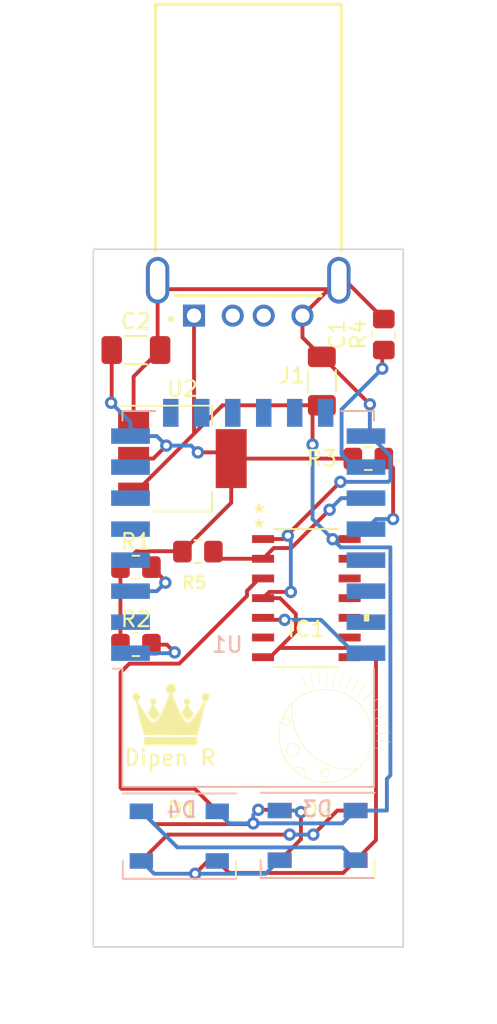
<source format=kicad_pcb>
(kicad_pcb (version 20240108) (generator "pcbnew") (generator_version "8.0")
  (layers (0 "F.Cu" signal) (31 "B.Cu" signal) (34 "B.Paste" user) (35 "F.Paste" user) (36 "B.SilkS" user "B.Silkscreen") (37 "F.SilkS" user "F.Silkscreen") (38 "B.Mask" user) (39 "F.Mask" user) (44 "Edge.Cuts" user))
  (net 0 "")
  (net 1 "VCC")
  (net 2 "GND")
  (net 3 "3.3V")
  (net 4 "Strip1O{slash}P")
  (net 5 "Net-(D1-Pad4)")
  (net 6 "Net-(D2-Pad4)")
  (net 7 "GPIO2")
  (net 8 "TX")
  (net 9 "Strip2O{slash}P")
  (net 18 "Net-(R1-Pad2)")
  (net 19 "Net-(R2-Pad2)")
  (net 20 "GPIO0")
  (net 21 "Net-(R4-Pad1)")
  (net 36 "Net-(D3-Pad4)")
  (footprint "Package_TO_SOT_SMD:SOT-223-3_TabPin2" (layer "F.Cu") (at 102 64)
    (property "Reference" "U2" (at 0 -4.5 0) (layer "F.SilkS"))
    (property "Value" "AMS1117-3.3")
    (pad "1" smd rect (at -3.15 -2.3) (size 2 1.5) (layers "F.Cu" "F.Paste" "F.Mask") (net 2 "GND"))
    (pad "2" smd rect (at -3.15 0) (size 2 1.5) (layers "F.Cu" "F.Paste" "F.Mask") (net 3 "3.3V"))
    (pad "2" smd rect (at 3.15 0) (size 2 3.8) (layers "F.Cu" "F.Paste" "F.Mask") (net 3 "3.3V"))
    (pad "3" smd rect (at -3.15 2.3) (size 2 1.5) (layers "F.Cu" "F.Paste" "F.Mask") (net 1 "VCC"))
  )
  (footprint "Capacitor_SMD:C_1206_3216Metric_Pad1.33x1.80mm_HandSolder" (layer "F.Cu") (at 111 59 90)
    (property "Reference" "C1" (at 3 1 90) (layer "F.SilkS"))
    (property "Value" "10uF")
    (pad "1" smd roundrect (at -1.5625 0 90) (size 1.325 1.8) (layers "F.Cu" "F.Paste" "F.Mask") (roundrect_rratio 0.188679) (net 1 "VCC"))
    (pad "2" smd roundrect (at 1.5625 0 90) (size 1.325 1.8) (layers "F.Cu" "F.Paste" "F.Mask") (roundrect_rratio 0.188679) (net 2 "GND"))
  )
  (footprint "Resistor_SMD:R_0805_2012Metric_Pad1.20x1.40mm_HandSolder" (layer "F.Cu") (at 114 64)
    (property "Reference" "R3" (at -3 0 0) (layer "F.SilkS"))
    (property "Value" "10K")
    (pad "1" smd roundrect (at -1 0) (size 1.2 1.4) (layers "F.Cu" "F.Paste" "F.Mask") (roundrect_rratio 0.208333) (net 3 "3.3V"))
    (pad "2" smd roundrect (at 1 0) (size 1.2 1.4) (layers "F.Cu" "F.Paste" "F.Mask") (roundrect_rratio 0.208333) (net 20 "GPIO0"))
  )
  (footprint "Resistor_SMD:R_0805_2012Metric_Pad1.20x1.40mm_HandSolder" (layer "F.Cu") (at 103 70)
    (property "Reference" "R5" (at -0.227064 2 0) (layer "F.SilkS") (effects (font (size 0.8 0.8))))
    (property "Value" "10K")
    (pad "1" smd roundrect (at -1 0) (size 1.2 1.4) (layers "F.Cu" "F.Paste" "F.Mask") (roundrect_rratio 0.208333) (net 3 "3.3V"))
    (pad "2" smd roundrect (at 1 0) (size 1.2 1.4) (layers "F.Cu" "F.Paste" "F.Mask") (roundrect_rratio 0.208333) (net 7 "GPIO2"))
  )
  (footprint "ModdedCrown:SunAndMoon_10x10" (layer "F.Cu") (at 111.25 81.9)
    (property "Reference" "G***" (hide yes))
    (property "Value" "LOGO" (hide yes))
  )
  (footprint "LED_SMD:LED_SK6812_PLCC4_5.0x5.0mm_P3.2mm" (layer "F.Cu") (at 101.8 88.35)
    (property "Reference" "D1" (at 0.2 -1.7 0) (layer "F.SilkS"))
    (property "Value" "SK6812")
    (pad "1" smd rect (at 2.45 1.6) (size 1.5 1) (layers "F.Cu" "F.Paste" "F.Mask") (net 2 "GND"))
    (pad "2" smd rect (at 2.45 -1.6) (size 1.5 1) (layers "F.Cu" "F.Paste" "F.Mask") (net 4 "Strip1O{slash}P"))
    (pad "3" smd rect (at -2.45 -1.6) (size 1.5 1) (layers "F.Cu" "F.Paste" "F.Mask") (net 1 "VCC"))
    (pad "4" smd rect (at -2.45 1.6) (size 1.5 1) (layers "F.Cu" "F.Paste" "F.Mask") (net 5 "Net-(D1-Pad4)"))
  )
  (footprint "THT USB A:SAMTEC_USB-AM-S-X-X-TH" (layer "F.Cu") (at 106.25 52.5 180)
    (property "Reference" "J1" (at -2.825 -6.135 0) (layer "F.SilkS"))
    (property "Value" "USB-AM-S-X-X-TH")
    (pad "" np_thru_hole circle (at -2.3 0.35 180) (size 1.1 1.1) (drill 1.1) (layers "*.Cu" "*.Mask"))
    (pad "" np_thru_hole circle (at 2.3 0.35 180) (size 1.1 1.1) (drill 1.1) (layers "*.Cu" "*.Mask"))
    (pad "01" thru_hole rect (at 3.5 -2.28 180) (size 1.428 1.428) (drill 0.92) (layers "*.Cu" "*.Mask") (net 1 "VCC"))
    (pad "02" thru_hole circle (at 1 -2.28 180) (size 1.428 1.428) (drill 0.92) (layers "*.Cu" "*.Mask"))
    (pad "03" thru_hole circle (at -1 -2.28 180) (size 1.428 1.428) (drill 0.92) (layers "*.Cu" "*.Mask"))
    (pad "04" thru_hole circle (at -3.5 -2.28 180) (size 1.428 1.428) (drill 0.92) (layers "*.Cu" "*.Mask") (net 2 "GND"))
    (pad "S1" thru_hole oval (at -5.85 0 180) (size 1.508 3.016) (drill oval 1 2.5) (layers "*.Cu" "*.Mask") (net 2 "GND"))
    (pad "S2" thru_hole oval (at 5.85 0 180) (size 1.508 3.016) (drill oval 1 2.5) (layers "*.Cu" "*.Mask") (net 2 "GND"))
  )
  (footprint "LED_SMD:LED_SK6812_PLCC4_5.0x5.0mm_P3.2mm" (layer "F.Cu") (at 110.75 88.3)
    (property "Reference" "D2" (at 0 -1.7 0) (layer "F.SilkS"))
    (property "Value" "SK6812")
    (pad "1" smd rect (at 2.45 1.6) (size 1.5 1) (layers "F.Cu" "F.Paste" "F.Mask") (net 2 "GND"))
    (pad "2" smd rect (at 2.45 -1.6) (size 1.5 1) (layers "F.Cu" "F.Paste" "F.Mask") (net 5 "Net-(D1-Pad4)"))
    (pad "3" smd rect (at -2.45 -1.6) (size 1.5 1) (layers "F.Cu" "F.Paste" "F.Mask") (net 1 "VCC"))
    (pad "4" smd rect (at -2.45 1.6) (size 1.5 1) (layers "F.Cu" "F.Paste" "F.Mask") (net 6 "Net-(D2-Pad4)"))
  )
  (footprint "Resistor_SMD:R_0805_2012Metric_Pad1.20x1.40mm_HandSolder" (layer "F.Cu") (at 99 71)
    (property "Reference" "R1" (at 0 -1.65 0) (layer "F.SilkS"))
    (property "Value" "10K")
    (pad "1" smd roundrect (at -1 0) (size 1.2 1.4) (layers "F.Cu" "F.Paste" "F.Mask") (roundrect_rratio 0.208333) (net 3 "3.3V"))
    (pad "2" smd roundrect (at 1 0) (size 1.2 1.4) (layers "F.Cu" "F.Paste" "F.Mask") (roundrect_rratio 0.208333) (net 18 "Net-(R1-Pad2)"))
  )
  (footprint "Capacitor_SMD:C_1206_3216Metric_Pad1.33x1.80mm_HandSolder" (layer "F.Cu") (at 99 57)
    (property "Reference" "C2" (at 0 -1.85 0) (layer "F.SilkS"))
    (property "Value" "10uF")
    (pad "1" smd roundrect (at -1.5625 0) (size 1.325 1.8) (layers "F.Cu" "F.Paste" "F.Mask") (roundrect_rratio 0.188679) (net 3 "3.3V"))
    (pad "2" smd roundrect (at 1.5625 0) (size 1.325 1.8) (layers "F.Cu" "F.Paste" "F.Mask") (roundrect_rratio 0.188679) (net 2 "GND"))
  )
  (footprint "74HC125:74HC125D" (layer "F.Cu") (at 110 73)
    (property "Reference" "IC1" (at 0 2 0) (layer "F.SilkS"))
    (property "Value" "SN74AHCT125N" (hide yes))
    (fp_text user "*" (at -3.048 -4.5 0) (layer "F.SilkS"))
    (fp_text user "*" (at -3.048 -5.461 0) (layer "F.SilkS"))
    (pad "1" smd rect (at -2.794 -3.81) (size 1.4224 0.508) (layers "F.Cu" "F.Paste" "F.Mask") (net 2 "GND"))
    (pad "2" smd rect (at -2.794 -2.54) (size 1.4224 0.508) (layers "F.Cu" "F.Paste" "F.Mask") (net 7 "GPIO2"))
    (pad "3" smd rect (at -2.794 -1.27) (size 1.4224 0.508) (layers "F.Cu" "F.Paste" "F.Mask") (net 4 "Strip1O{slash}P"))
    (pad "4" smd rect (at -2.794 0) (size 1.4224 0.508) (layers "F.Cu" "F.Paste" "F.Mask") (net 2 "GND"))
    (pad "5" smd rect (at -2.794 1.27) (size 1.4224 0.508) (layers "F.Cu" "F.Paste" "F.Mask") (net 8 "TX"))
    (pad "6" smd rect (at -2.794 2.54) (size 1.4224 0.508) (layers "F.Cu" "F.Paste" "F.Mask") (net 9 "Strip2O{slash}P"))
    (pad "7" smd rect (at -2.794 3.81) (size 1.4224 0.508) (layers "F.Cu" "F.Paste" "F.Mask") (net 2 "GND"))
    (pad "8" smd rect (at 2.794 3.81) (size 1.4224 0.508) (layers "F.Cu" "F.Paste" "F.Mask"))
    (pad "9" smd rect (at 2.794 2.54) (size 1.4224 0.508) (layers "F.Cu" "F.Paste" "F.Mask"))
    (pad "10" smd rect (at 2.794 1.27) (size 1.4224 0.508) (layers "F.Cu" "F.Paste" "F.Mask"))
    (pad "11" smd rect (at 2.794 0) (size 1.4224 0.508) (layers "F.Cu" "F.Paste" "F.Mask"))
    (pad "12" smd rect (at 2.794 -1.27) (size 1.4224 0.508) (layers "F.Cu" "F.Paste" "F.Mask"))
    (pad "13" smd rect (at 2.794 -2.54) (size 1.4224 0.508) (layers "F.Cu" "F.Paste" "F.Mask"))
    (pad "14" smd rect (at 2.794 -3.81) (size 1.4224 0.508) (layers "F.Cu" "F.Paste" "F.Mask") (net 1 "VCC"))
  )
  (footprint "ModdedCrown:Small_Crown" (layer "F.Cu") (at 101.25 80.5)
    (property "Reference" "G***" (hide yes))
    (property "Value" "LOGO" (hide yes))
  )
  (footprint "Resistor_SMD:R_0805_2012Metric_Pad1.20x1.40mm_HandSolder" (layer "F.Cu") (at 115 56 90)
    (property "Reference" "R4" (at 0 -1.65 90) (layer "F.SilkS"))
    (property "Value" "10K")
    (pad "1" smd roundrect (at -1 0 90) (size 1.2 1.4) (layers "F.Cu" "F.Paste" "F.Mask") (roundrect_rratio 0.208333) (net 21 "Net-(R4-Pad1)"))
    (pad "2" smd roundrect (at 1 0 90) (size 1.2 1.4) (layers "F.Cu" "F.Paste" "F.Mask") (roundrect_rratio 0.208333) (net 2 "GND"))
  )
  (footprint "MountingHole:MountingHole_2mm" (layer "F.Cu") (at 106.25 93.15 90)
    (property "Reference" "REF**" (hide yes))
    (property "Value" "MountingHole_2mm")
    (pad "" np_thru_hole circle (at 0.05 0 90) (size 2 2) (drill 2) (layers "F&B.Cu" "*.Mask"))
  )
  (footprint "MountingHole:MountingHole_2mm" (layer "F.Cu") (at 106.25 58)
    (property "Reference" "REF**" (hide yes))
    (property "Value" "MountingHole_2mm")
    (pad "" np_thru_hole circle (at 0 0) (size 2 2) (drill 2) (layers "*.Cu" "*.Mask"))
  )
  (footprint "Resistor_SMD:R_0805_2012Metric_Pad1.20x1.40mm_HandSolder" (layer "F.Cu") (at 99 76)
    (property "Reference" "R2" (at 0 -1.65 0) (layer "F.SilkS"))
    (property "Value" "10K")
    (pad "1" smd roundrect (at -1 0) (size 1.2 1.4) (layers "F.Cu" "F.Paste" "F.Mask") (roundrect_rratio 0.208333) (net 3 "3.3V"))
    (pad "2" smd roundrect (at 1 0) (size 1.2 1.4) (layers "F.Cu" "F.Paste" "F.Mask") (roundrect_rratio 0.208333) (net 19 "Net-(R2-Pad2)"))
  )
  (footprint "RF_Module:ESP-12E" (layer "B.Cu") (at 106.25 73.05)
    (property "Reference" "U1" (at -1.35 2.95 0) (layer "B.SilkS") (effects (justify mirror)))
    (property "Value" "ESP-12E")
    (pad "1" smd rect (at -7.6 3.5) (size 2.5 1) (layers "B.Cu" "B.Paste" "B.Mask") (net 19 "Net-(R2-Pad2)"))
    (pad "2" smd rect (at -7.6 1.5) (size 2.5 1) (layers "B.Cu" "B.Paste" "B.Mask"))
    (pad "3" smd rect (at -7.6 -0.5) (size 2.5 1) (layers "B.Cu" "B.Paste" "B.Mask") (net 18 "Net-(R1-Pad2)"))
    (pad "4" smd rect (at -7.6 -2.5) (size 2.5 1) (layers "B.Cu" "B.Paste" "B.Mask"))
    (pad "5" smd rect (at -7.6 -4.5) (size 2.5 1) (layers "B.Cu" "B.Paste" "B.Mask"))
    (pad "6" smd rect (at -7.6 -6.5) (size 2.5 1) (layers "B.Cu" "B.Paste" "B.Mask"))
    (pad "7" smd rect (at -7.6 -8.5) (size 2.5 1) (layers "B.Cu" "B.Paste" "B.Mask"))
    (pad "8" smd rect (at -7.6 -10.5) (size 2.5 1) (layers "B.Cu" "B.Paste" "B.Mask") (net 3 "3.3V"))
    (pad "9" smd rect (at -5 -12) (size 1 1.8) (layers "B.Cu" "B.Paste" "B.Mask"))
    (pad "10" smd rect (at -3 -12) (size 1 1.8) (layers "B.Cu" "B.Paste" "B.Mask"))
    (pad "11" smd rect (at -1 -12) (size 1 1.8) (layers "B.Cu" "B.Paste" "B.Mask"))
    (pad "12" smd rect (at 1 -12) (size 1 1.8) (layers "B.Cu" "B.Paste" "B.Mask"))
    (pad "13" smd rect (at 3 -12) (size 1 1.8) (layers "B.Cu" "B.Paste" "B.Mask"))
    (pad "14" smd rect (at 5 -12) (size 1 1.8) (layers "B.Cu" "B.Paste" "B.Mask"))
    (pad "15" smd rect (at 7.6 -10.5) (size 2.5 1) (layers "B.Cu" "B.Paste" "B.Mask") (net 2 "GND"))
    (pad "16" smd rect (at 7.6 -8.5) (size 2.5 1) (layers "B.Cu" "B.Paste" "B.Mask") (net 21 "Net-(R4-Pad1)"))
    (pad "17" smd rect (at 7.6 -6.5) (size 2.5 1) (layers "B.Cu" "B.Paste" "B.Mask") (net 7 "GPIO2"))
    (pad "18" smd rect (at 7.6 -4.5) (size 2.5 1) (layers "B.Cu" "B.Paste" "B.Mask") (net 20 "GPIO0"))
    (pad "19" smd rect (at 7.6 -2.5) (size 2.5 1) (layers "B.Cu" "B.Paste" "B.Mask"))
    (pad "20" smd rect (at 7.6 -0.5) (size 2.5 1) (layers "B.Cu" "B.Paste" "B.Mask"))
    (pad "21" smd rect (at 7.6 1.5) (size 2.5 1) (layers "B.Cu" "B.Paste" "B.Mask"))
    (pad "22" smd rect (at 7.6 3.5) (size 2.5 1) (layers "B.Cu" "B.Paste" "B.Mask") (net 8 "TX"))
  )
  (footprint "LED_SMD:LED_SK6812_PLCC4_5.0x5.0mm_P3.2mm" (layer "B.Cu") (at 101.8 88.35 180)
    (property "Reference" "D4" (at -0.15 1.7 0) (layer "B.SilkS") (effects (justify mirror)))
    (property "Value" "SK6812")
    (pad "1" smd rect (at 2.45 -1.6 180) (size 1.5 1) (layers "B.Cu" "B.Paste" "B.Mask") (net 2 "GND"))
    (pad "2" smd rect (at 2.45 1.6 180) (size 1.5 1) (layers "B.Cu" "B.Paste" "B.Mask") (net 36 "Net-(D3-Pad4)"))
    (pad "3" smd rect (at -2.45 1.6 180) (size 1.5 1) (layers "B.Cu" "B.Paste" "B.Mask") (net 1 "VCC"))
    (pad "4" smd rect (at -2.45 -1.6 180) (size 1.5 1) (layers "B.Cu" "B.Paste" "B.Mask"))
  )
  (footprint "LED_SMD:LED_SK6812_PLCC4_5.0x5.0mm_P3.2mm" (layer "B.Cu") (at 110.7 88.3 180)
    (property "Reference" "D3" (at 0 1.7 0) (layer "B.SilkS") (effects (justify mirror)))
    (property "Value" "SK6812")
    (pad "1" smd rect (at 2.45 -1.6 180) (size 1.5 1) (layers "B.Cu" "B.Paste" "B.Mask") (net 2 "GND"))
    (pad "2" smd rect (at 2.45 1.6 180) (size 1.5 1) (layers "B.Cu" "B.Paste" "B.Mask") (net 6 "Net-(D2-Pad4)"))
    (pad "3" smd rect (at -2.45 1.6 180) (size 1.5 1) (layers "B.Cu" "B.Paste" "B.Mask") (net 1 "VCC"))
    (pad "4" smd rect (at -2.45 -1.6 180) (size 1.5 1) (layers "B.Cu" "B.Paste" "B.Mask") (net 36 "Net-(D3-Pad4)"))
  )
  (gr_rect (start 96.25 50.5) (end 116.25 95.5) (stroke (width 0.1)) (fill none) (layer "Edge.Cuts"))
  (gr_text "Dipen R" (at 101.2 83.3 0) (layer "F.SilkS") (effects (font (size 1 1))))
  (segment (start 112.784 69.2) (end 112.794 69.19) (width 0.25) (layer "F.Cu") (net 1))
  (segment (start 111 60.5625) (end 110.4 61.1625) (width 0.25) (layer "F.Cu") (net 1))
  (segment (start 110.4 61.1625) (end 110.4 63.1) (width 0.25) (layer "F.Cu") (net 1))
  (segment (start 106.900498 86.65) (end 108.25 86.65) (width 0.25) (layer "F.Cu") (net 1))
  (segment (start 100.174511 87.574511) (end 106.525489 87.574511) (width 0.25) (layer "F.Cu") (net 1))
  (segment (start 104.5875 60.5625) (end 111 60.5625) (width 0.25) (layer "F.Cu") (net 1))
  (segment (start 99.35 86.75) (end 100.174511 87.574511) (width 0.25) (layer "F.Cu") (net 1))
  (segment (start 102.75 62.4) (end 104.5875 60.5625) (width 0.25) (layer "F.Cu") (net 1))
  (segment (start 102.75 62.4) (end 98.85 66.3) (width 0.25) (layer "F.Cu") (net 1))
  (segment (start 108.25 86.65) (end 108.3 86.7) (width 0.25) (layer "F.Cu") (net 1))
  (segment (start 102.75 54.78) (end 102.75 62.4) (width 0.25) (layer "F.Cu") (net 1))
  (segment (start 111.7 69.2) (end 112.784 69.2) (width 0.25) (layer "F.Cu") (net 1))
  (segment (start 106.525489 87.574511) (end 106.575489 87.524511) (width 0.25) (layer "F.Cu") (net 1))
  (via (at 111.7 69.2) (size 0.8) (drill 0.4) (layers "F.Cu" "B.Cu") (net 1))
  (via (at 106.575489 87.524511) (size 0.8) (drill 0.4) (layers "F.Cu" "B.Cu") (net 1))
  (via (at 106.900498 86.65) (size 0.8) (drill 0.4) (layers "F.Cu" "B.Cu") (net 1))
  (via (at 110.4 63.1) (size 0.8) (drill 0.4) (layers "F.Cu" "B.Cu") (net 1))
  (segment (start 115.199212 84.650788) (end 115.199212 86.7) (width 0.25) (layer "B.Cu") (net 1))
  (segment (start 115.424511 84.425489) (end 115.199212 84.650788) (width 0.25) (layer "B.Cu") (net 1))
  (segment (start 115.199212 86.7) (end 113.15 86.7) (width 0.25) (layer "B.Cu") (net 1))
  (segment (start 112.325489 87.524511) (end 106.575489 87.524511) (width 0.25) (layer "B.Cu") (net 1))
  (segment (start 115.424511 69.725489) (end 112.225489 69.725489) (width 0.25) (layer "B.Cu") (net 1))
  (segment (start 106.575489 87.524511) (end 105.024511 87.524511) (width 0.25) (layer "B.Cu") (net 1))
  (segment (start 110.4 67.9) (end 111.7 69.2) (width 0.25) (layer "B.Cu") (net 1))
  (segment (start 110.4 63.1) (end 110.4 67.9) (width 0.25) (layer "B.Cu") (net 1))
  (segment (start 113.15 86.7) (end 112.325489 87.524511) (width 0.25) (layer "B.Cu") (net 1))
  (segment (start 106.575489 87.524511) (end 106.575489 86.975009) (width 0.25) (layer "B.Cu") (net 1))
  (segment (start 106.575489 86.975009) (end 106.900498 86.65) (width 0.25) (layer "B.Cu") (net 1))
  (segment (start 105.024511 87.524511) (end 104.25 86.75) (width 0.25) (layer "B.Cu") (net 1))
  (segment (start 115.424511 84.425489) (end 115.424511 69.725489) (width 0.25) (layer "B.Cu") (net 1))
  (segment (start 112.225489 69.725489) (end 111.7 69.2) (width 0.25) (layer "B.Cu") (net 1))
  (segment (start 109 72.6) (end 107.606 72.6) (width 0.25) (layer "F.Cu") (net 2))
  (segment (start 100.4 56.8375) (end 100.5625 57) (width 0.25) (layer "F.Cu") (net 2))
  (segment (start 107.206 76.81) (end 107.6632 76.81) (width 0.25) (layer "F.Cu") (net 2))
  (segment (start 112.375489 90.724511) (end 105.024511 90.724511) (width 0.25) (layer "F.Cu") (net 2))
  (segment (start 111 57.4375) (end 111.0375 57.4375) (width 0.25) (layer "F.Cu") (net 2))
  (segment (start 108.585402 69.19) (end 108.806766 68.968636) (width 0.25) (layer "F.Cu") (net 2))
  (segment (start 109.324511 75.148689) (end 109.324511 74.024511) (width 0.25) (layer "F.Cu") (net 2))
  (segment (start 100.4 52.5) (end 100.974521 53.074521) (width 0.25) (layer "F.Cu") (net 2))
  (segment (start 100.4 52.5) (end 100.4 56.8375) (width 0.25) (layer "F.Cu") (net 2))
  (segment (start 112.03 52.5) (end 112.1 52.5) (width 0.25) (layer "F.Cu") (net 2))
  (segment (start 108.2616 76.2116) (end 107.9116 76.5616) (width 0.25) (layer "F.Cu") (net 2))
  (segment (start 107.9116 76.5616) (end 109.324511 75.148689) (width 0.25) (layer "F.Cu") (net 2))
  (segment (start 107.206 69.19) (end 108.585402 69.19) (width 0.25) (layer "F.Cu") (net 2))
  (segment (start 109.324511 74.024511) (end 108.3 73) (width 0.25) (layer "F.Cu") (net 2))
  (segment (start 114.49502 88.60498) (end 114.49502 76.896798) (width 0.25) (layer "F.Cu") (net 2))
  (segment (start 105.024511 90.724511) (end 104.25 89.95) (width 0.25) (layer "F.Cu") (net 2))
  (segment (start 98.85 61.7) (end 98.85 58.7125) (width 0.25) (layer "F.Cu") (net 2))
  (segment (start 111.0375 57.4375) (end 114.1 60.5) (width 0.25) (layer "F.Cu") (net 2))
  (segment (start 107.606 72.6) (end 107.206 73) (width 0.25) (layer "F.Cu") (net 2))
  (segment (start 108.806766 68.968636) (end 108.806766 68.893234) (width 0.25) (layer "F.Cu") (net 2))
  (segment (start 113.2 89.9) (end 112.375489 90.724511) (width 0.25) (layer "F.Cu") (net 2))
  (segment (start 104.25 89.95) (end 103.65 89.95) (width 0.25) (layer "F.Cu") (net 2))
  (segment (start 114.49502 76.896798) (end 113.809822 76.2116) (width 0.25) (layer "F.Cu") (net 2))
  (segment (start 109.75 56.1875) (end 111 57.4375) (width 0.25) (layer "F.Cu") (net 2))
  (segment (start 108.806766 68.893234) (end 112.2 65.5) (width 0.25) (layer "F.Cu") (net 2))
  (segment (start 109.75 54.78) (end 109.75 56.1875) (width 0.25) (layer "F.Cu") (net 2))
  (segment (start 113.809822 76.2116) (end 108.2616 76.2116) (width 0.25) (layer "F.Cu") (net 2))
  (segment (start 100.974521 53.074521) (end 111.525479 53.074521) (width 0.25) (layer "F.Cu") (net 2))
  (segment (start 98.85 58.7125) (end 100.5625 57) (width 0.25) (layer "F.Cu") (net 2))
  (segment (start 111.525479 53.074521) (end 112.1 52.5) (width 0.25) (layer "F.Cu") (net 2))
  (segment (start 115 55) (end 112.5 52.5) (width 0.25) (layer "F.Cu") (net 2))
  (segment (start 112.5 52.5) (end 112.1 52.5) (width 0.25) (layer "F.Cu") (net 2))
  (segment (start 107.6632 76.81) (end 107.9116 76.5616) (width 0.25) (layer "F.Cu") (net 2))
  (segment (start 113.2 89.9) (end 114.49502 88.60498) (width 0.25) (layer "F.Cu") (net 2))
  (segment (start 109.75 54.78) (end 112.03 52.5) (width 0.25) (layer "F.Cu") (net 2))
  (segment (start 108.3 73) (end 107.206 73) (width 0.25) (layer "F.Cu") (net 2))
  (segment (start 103.65 89.95) (end 102.825489 90.774511) (width 0.25) (layer "F.Cu") (net 2))
  (via (at 112.2 65.5) (size 0.8) (drill 0.4) (layers "F.Cu" "B.Cu") (net 2))
  (via (at 108.806766 68.968636) (size 0.8) (drill 0.4) (layers "F.Cu" "B.Cu") (net 2))
  (via (at 109 72.6) (size 0.8) (drill 0.4) (layers "F.Cu" "B.Cu") (net 2))
  (via (at 102.825489 90.774511) (size 0.8) (drill 0.4) (layers "F.Cu" "B.Cu") (net 2))
  (via (at 114.1 60.5) (size 0.8) (drill 0.4) (layers "F.Cu" "B.Cu") (net 2))
  (segment (start 114.1 60.5) (end 114.1 62.3) (width 0.25) (layer "B.Cu") (net 2))
  (segment (start 102.825489 90.774511) (end 107.375489 90.774511) (width 0.25) (layer "B.Cu") (net 2))
  (segment (start 112.2 65.5) (end 115.299022 65.5) (width 0.25) (layer "B.Cu") (net 2))
  (segment (start 114.15 62.55) (end 113.85 62.55) (width 0.25) (layer "B.Cu") (net 2))
  (segment (start 107.375489 90.774511) (end 108.25 89.9) (width 0.25) (layer "B.Cu") (net 2))
  (segment (start 115.424511 63.824511) (end 114.15 62.55) (width 0.25) (layer "B.Cu") (net 2))
  (segment (start 115.299022 65.5) (end 115.424511 65.374511) (width 0.25) (layer "B.Cu") (net 2))
  (segment (start 99.35 89.95) (end 100.174511 90.774511) (width 0.25) (layer "B.Cu") (net 2))
  (segment (start 115.424511 65.374511) (end 115.424511 63.824511) (width 0.25) (layer "B.Cu") (net 2))
  (segment (start 100.174511 90.774511) (end 102.825489 90.774511) (width 0.25) (layer "B.Cu") (net 2))
  (segment (start 109 69.16187) (end 109 72.6) (width 0.25) (layer "B.Cu") (net 2))
  (segment (start 114.1 62.3) (end 113.85 62.55) (width 0.25) (layer "B.Cu") (net 2))
  (segment (start 108.806766 68.968636) (end 109 69.16187) (width 0.25) (layer "B.Cu") (net 2))
  (segment (start 97.4375 57) (end 97.4375 60.4375) (width 0.25) (layer "F.Cu") (net 3))
  (segment (start 113 64) (end 105.15 64) (width 0.25) (layer "F.Cu") (net 3))
  (segment (start 98.85 64) (end 100.125402 64) (width 0.25) (layer "F.Cu") (net 3))
  (segment (start 98 71) (end 99.02452 69.97548) (width 0.25) (layer "F.Cu") (net 3))
  (segment (start 97.4375 60.4375) (end 97.4 60.4) (width 0.25) (layer "F.Cu") (net 3))
  (segment (start 101.97548 69.97548) (end 102 70) (width 0.25) (layer "F.Cu") (net 3))
  (segment (start 98 76) (end 98 71) (width 0.25) (layer "F.Cu") (net 3))
  (segment (start 100.125402 64) (end 100.962701 63.162701) (width 0.25) (layer "F.Cu") (net 3))
  (segment (start 99.02452 69.97548) (end 101.97548 69.97548) (width 0.25) (layer "F.Cu") (net 3))
  (segment (start 105.15 66.85) (end 105.15 64) (width 0.25) (layer "F.Cu") (net 3))
  (segment (start 104.75 63.6) (end 105.15 64) (width 0.25) (layer "F.Cu") (net 3))
  (segment (start 103 63.6) (end 104.75 63.6) (width 0.25) (layer "F.Cu") (net 3))
  (segment (start 102 70) (end 105.15 66.85) (width 0.25) (layer "F.Cu") (net 3))
  (via (at 103 63.6) (size 0.8) (drill 0.4) (layers "F.Cu" "B.Cu") (net 3))
  (via (at 97.4 60.4) (size 0.8) (drill 0.4) (layers "F.Cu" "B.Cu") (net 3))
  (via (at 100.962701 63.162701) (size 0.8) (drill 0.4) (layers "F.Cu" "B.Cu") (net 3))
  (segment (start 97.4 60.4) (end 98.65 61.65) (width 0.25) (layer "B.Cu") (net 3))
  (segment (start 100.35 62.55) (end 100.962701 63.162701) (width 0.25) (layer "B.Cu") (net 3))
  (segment (start 100.962701 63.162701) (end 102.562701 63.162701) (width 0.25) (layer "B.Cu") (net 3))
  (segment (start 98.65 61.65) (end 98.65 62.55) (width 0.25) (layer "B.Cu") (net 3))
  (segment (start 98.65 62.55) (end 100.35 62.55) (width 0.25) (layer "B.Cu") (net 3))
  (segment (start 102.562701 63.162701) (end 103 63.6) (width 0.25) (layer "B.Cu") (net 3))
  (segment (start 98.578685 77.224511) (end 101.800103 77.224511) (width 0.25) (layer "F.Cu") (net 4))
  (segment (start 106.170289 72.854325) (end 106.170289 72.529711) (width 0.25) (layer "F.Cu") (net 4))
  (segment (start 98.078216 85.29502) (end 98.00498 85.221784) (width 0.25) (layer "F.Cu") (net 4))
  (segment (start 98.00498 85.221784) (end 98.00498 77.798216) (width 0.25) (layer "F.Cu") (net 4))
  (segment (start 106.97 71.73) (end 107.206 71.73) (width 0.25) (layer "F.Cu") (net 4))
  (segment (start 106.170289 72.529711) (end 106.97 71.73) (width 0.25) (layer "F.Cu") (net 4))
  (segment (start 101.800103 77.224511) (end 106.170289 72.854325) (width 0.25) (layer "F.Cu") (net 4))
  (segment (start 102.79502 85.29502) (end 98.078216 85.29502) (width 0.25) (layer "F.Cu") (net 4))
  (segment (start 104.25 86.75) (end 102.79502 85.29502) (width 0.25) (layer "F.Cu") (net 4))
  (segment (start 98.00498 77.798216) (end 98.578685 77.224511) (width 0.25) (layer "F.Cu") (net 4))
  (segment (start 99.35 89.95) (end 101.05 88.25) (width 0.25) (layer "F.Cu") (net 5))
  (segment (start 110.45 88.25) (end 112 86.7) (width 0.25) (layer "F.Cu") (net 5))
  (segment (start 101.05 88.25) (end 108.925002 88.25) (width 0.25) (layer "F.Cu") (net 5))
  (segment (start 112 86.7) (end 113.2 86.7) (width 0.25) (layer "F.Cu") (net 5))
  (via (at 110.45 88.25) (size 0.8) (drill 0.4) (layers "F.Cu" "B.Cu") (net 5))
  (via (at 108.925002 88.25) (size 0.8) (drill 0.4) (layers "F.Cu" "B.Cu") (net 5))
  (segment (start 108.925002 88.25) (end 110.45 88.25) (width 0.25) (layer "B.Cu") (net 5))
  (segment (start 109.649502 86.800011) (end 109.649502 88.550498) (width 0.25) (layer "F.Cu") (net 6))
  (segment (start 109.649502 88.550498) (end 108.3 89.9) (width 0.25) (layer "F.Cu") (net 6))
  (via (at 109.649502 86.800011) (size 0.8) (drill 0.4) (layers "F.Cu" "B.Cu") (net 6))
  (segment (start 108.25 86.7) (end 109.549491 86.7) (width 0.25) (layer "B.Cu") (net 6))
  (segment (start 109.549491 86.7) (end 109.649502 86.800011) (width 0.25) (layer "B.Cu") (net 6))
  (segment (start 107.897489 69.768511) (end 109.031489 69.768511) (width 0.25) (layer "F.Cu") (net 7))
  (segment (start 104.46 70.46) (end 107.206 70.46) (width 0.25) (layer "F.Cu") (net 7))
  (segment (start 107.206 70.46) (end 107.897489 69.768511) (width 0.25) (layer "F.Cu") (net 7))
  (segment (start 109.031489 69.768511) (end 111.5 67.3) (width 0.25) (layer "F.Cu") (net 7))
  (segment (start 104 70) (end 104.46 70.46) (width 0.25) (layer "F.Cu") (net 7))
  (via (at 111.5 67.3) (size 0.8) (drill 0.4) (layers "F.Cu" "B.Cu") (net 7))
  (segment (start 111.5 67.3) (end 112.25 66.55) (width 0.25) (layer "B.Cu") (net 7))
  (segment (start 112.25 66.55) (end 113.85 66.55) (width 0.25) (layer "B.Cu") (net 7))
  (segment (start 108.6 74.4) (end 107.336 74.4) (width 0.25) (layer "F.Cu") (net 8))
  (segment (start 107.336 74.4) (end 107.206 74.27) (width 0.25) (layer "F.Cu") (net 8))
  (via (at 108.6 74.4) (size 0.8) (drill 0.4) (layers "F.Cu" "B.Cu") (net 8))
  (segment (start 110.95 74.4) (end 108.6 74.4) (width 0.25) (layer "B.Cu") (net 8))
  (segment (start 113.85 76.55) (end 113.1 76.55) (width 0.25) (layer "B.Cu") (net 8))
  (segment (start 113.1 76.55) (end 110.95 74.4) (width 0.25) (layer "B.Cu") (net 8))
  (segment (start 100.9 71.9) (end 100 71) (width 0.25) (layer "F.Cu") (net 18))
  (segment (start 100.9 72) (end 100.9 71.9) (width 0.25) (layer "F.Cu") (net 18))
  (via (at 100.9 72) (size 0.8) (drill 0.4) (layers "F.Cu" "B.Cu") (net 18))
  (segment (start 98.65 72.55) (end 100.35 72.55) (width 0.25) (layer "B.Cu") (net 18))
  (segment (start 100.35 72.55) (end 100.9 72) (width 0.25) (layer "B.Cu") (net 18))
  (segment (start 100 76) (end 101 76) (width 0.25) (layer "F.Cu") (net 19))
  (segment (start 101 76) (end 101.5 76.5) (width 0.25) (layer "F.Cu") (net 19))
  (via (at 101.5 76.5) (size 0.8) (drill 0.4) (layers "F.Cu" "B.Cu") (net 19))
  (segment (start 101.45 76.55) (end 98.65 76.55) (width 0.25) (layer "B.Cu") (net 19))
  (segment (start 101.5 76.5) (end 101.45 76.55) (width 0.25) (layer "B.Cu") (net 19))
  (segment (start 115 64) (end 115.6 64.6) (width 0.25) (layer "F.Cu") (net 20))
  (segment (start 115.6 64.6) (end 115.6 67.9) (width 0.25) (layer "F.Cu") (net 20))
  (via (at 115.6 67.9) (size 0.8) (drill 0.4) (layers "F.Cu" "B.Cu") (net 20))
  (segment (start 115.6 67.9) (end 114.5 67.9) (width 0.25) (layer "B.Cu") (net 20))
  (segment (start 114.5 67.9) (end 113.85 68.55) (width 0.25) (layer "B.Cu") (net 20))
  (segment (start 114.9 57.1) (end 115 57) (width 0.25) (layer "F.Cu") (net 21))
  (segment (start 114.9 58.2) (end 114.9 57.1) (width 0.25) (layer "F.Cu") (net 21))
  (via (at 114.9 58.2) (size 0.8) (drill 0.4) (layers "F.Cu" "B.Cu") (net 21))
  (segment (start 113.85 64.55) (end 113.1 64.55) (width 0.25) (layer "B.Cu") (net 21))
  (segment (start 112.275489 63.725489) (end 112.275489 60.824511) (width 0.25) (layer "B.Cu") (net 21))
  (segment (start 113.1 64.55) (end 112.275489 63.725489) (width 0.25) (layer "B.Cu") (net 21))
  (segment (start 112.275489 60.824511) (end 114.9 58.2) (width 0.25) (layer "B.Cu") (net 21))
  (segment (start 112.325489 89.075489) (end 101.675489 89.075489) (width 0.25) (layer "B.Cu") (net 36))
  (segment (start 101.675489 89.075489) (end 99.35 86.75) (width 0.25) (layer "B.Cu") (net 36))
  (segment (start 113.15 89.9) (end 112.325489 89.075489) (width 0.25) (layer "B.Cu") (net 36))
)
</source>
